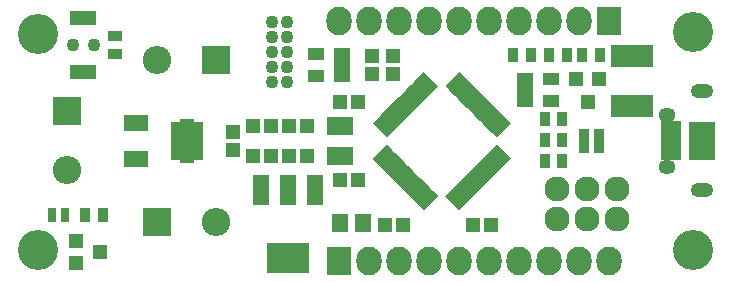
<source format=gts>
G04 #@! TF.FileFunction,Soldermask,Top*
%FSLAX46Y46*%
G04 Gerber Fmt 4.6, Leading zero omitted, Abs format (unit mm)*
G04 Created by KiCad (PCBNEW 4.0.2-stable) date 11/17/2016 12:04:15 PM*
%MOMM*%
G01*
G04 APERTURE LIST*
%ADD10C,0.100000*%
%ADD11R,1.460000X1.050000*%
%ADD12R,2.398980X2.398980*%
%ADD13O,2.398980X2.398980*%
%ADD14R,1.200100X1.200100*%
%ADD15R,1.150000X1.200000*%
%ADD16R,1.200000X1.150000*%
%ADD17R,0.950000X1.000000*%
%ADD18R,3.600000X1.900000*%
%ADD19R,0.900000X1.300000*%
%ADD20R,1.300000X0.900000*%
%ADD21R,1.350000X2.550000*%
%ADD22R,3.650000X2.550000*%
%ADD23R,2.000000X1.400000*%
%ADD24C,3.400000*%
%ADD25R,1.400000X1.650000*%
%ADD26C,1.100000*%
%ADD27R,1.300000X2.400000*%
%ADD28R,0.650000X1.100000*%
%ADD29R,0.900000X0.680000*%
%ADD30R,0.700000X1.200000*%
%ADD31C,2.127200*%
%ADD32O,2.127200X2.127200*%
%ADD33R,2.127200X2.432000*%
%ADD34O,2.127200X2.432000*%
%ADD35R,1.750000X0.800000*%
%ADD36O,1.450000X1.250000*%
%ADD37O,1.900000X1.250000*%
%ADD38R,2.300000X3.300000*%
%ADD39R,2.200000X1.200000*%
%ADD40R,2.300000X1.500000*%
G04 APERTURE END LIST*
D10*
D11*
X116310000Y-105030000D03*
X116310000Y-104080000D03*
X116310000Y-103130000D03*
X114110000Y-103130000D03*
X114110000Y-105030000D03*
D10*
G36*
X119322311Y-112452221D02*
X118862692Y-111992602D01*
X120064773Y-110790521D01*
X120524392Y-111250140D01*
X119322311Y-112452221D01*
X119322311Y-112452221D01*
G37*
G36*
X119675864Y-112805774D02*
X119216245Y-112346155D01*
X120418326Y-111144074D01*
X120877945Y-111603693D01*
X119675864Y-112805774D01*
X119675864Y-112805774D01*
G37*
G36*
X120029418Y-113159328D02*
X119569799Y-112699709D01*
X120771880Y-111497628D01*
X121231499Y-111957247D01*
X120029418Y-113159328D01*
X120029418Y-113159328D01*
G37*
G36*
X120382971Y-113512881D02*
X119923352Y-113053262D01*
X121125433Y-111851181D01*
X121585052Y-112310800D01*
X120382971Y-113512881D01*
X120382971Y-113512881D01*
G37*
G36*
X120736524Y-113866434D02*
X120276905Y-113406815D01*
X121478986Y-112204734D01*
X121938605Y-112664353D01*
X120736524Y-113866434D01*
X120736524Y-113866434D01*
G37*
G36*
X121090078Y-114219988D02*
X120630459Y-113760369D01*
X121832540Y-112558288D01*
X122292159Y-113017907D01*
X121090078Y-114219988D01*
X121090078Y-114219988D01*
G37*
G36*
X121443631Y-114573541D02*
X120984012Y-114113922D01*
X122186093Y-112911841D01*
X122645712Y-113371460D01*
X121443631Y-114573541D01*
X121443631Y-114573541D01*
G37*
G36*
X121797185Y-114927095D02*
X121337566Y-114467476D01*
X122539647Y-113265395D01*
X122999266Y-113725014D01*
X121797185Y-114927095D01*
X121797185Y-114927095D01*
G37*
G36*
X122150738Y-115280648D02*
X121691119Y-114821029D01*
X122893200Y-113618948D01*
X123352819Y-114078567D01*
X122150738Y-115280648D01*
X122150738Y-115280648D01*
G37*
G36*
X122504291Y-115634201D02*
X122044672Y-115174582D01*
X123246753Y-113972501D01*
X123706372Y-114432120D01*
X122504291Y-115634201D01*
X122504291Y-115634201D01*
G37*
G36*
X122857845Y-115987755D02*
X122398226Y-115528136D01*
X123600307Y-114326055D01*
X124059926Y-114785674D01*
X122857845Y-115987755D01*
X122857845Y-115987755D01*
G37*
G36*
X123211398Y-116341308D02*
X122751779Y-115881689D01*
X123953860Y-114679608D01*
X124413479Y-115139227D01*
X123211398Y-116341308D01*
X123211398Y-116341308D01*
G37*
G36*
X126676221Y-115881689D02*
X126216602Y-116341308D01*
X125014521Y-115139227D01*
X125474140Y-114679608D01*
X126676221Y-115881689D01*
X126676221Y-115881689D01*
G37*
G36*
X127029774Y-115528136D02*
X126570155Y-115987755D01*
X125368074Y-114785674D01*
X125827693Y-114326055D01*
X127029774Y-115528136D01*
X127029774Y-115528136D01*
G37*
G36*
X127383328Y-115174582D02*
X126923709Y-115634201D01*
X125721628Y-114432120D01*
X126181247Y-113972501D01*
X127383328Y-115174582D01*
X127383328Y-115174582D01*
G37*
G36*
X127736881Y-114821029D02*
X127277262Y-115280648D01*
X126075181Y-114078567D01*
X126534800Y-113618948D01*
X127736881Y-114821029D01*
X127736881Y-114821029D01*
G37*
G36*
X128090434Y-114467476D02*
X127630815Y-114927095D01*
X126428734Y-113725014D01*
X126888353Y-113265395D01*
X128090434Y-114467476D01*
X128090434Y-114467476D01*
G37*
G36*
X128443988Y-114113922D02*
X127984369Y-114573541D01*
X126782288Y-113371460D01*
X127241907Y-112911841D01*
X128443988Y-114113922D01*
X128443988Y-114113922D01*
G37*
G36*
X128797541Y-113760369D02*
X128337922Y-114219988D01*
X127135841Y-113017907D01*
X127595460Y-112558288D01*
X128797541Y-113760369D01*
X128797541Y-113760369D01*
G37*
G36*
X129151095Y-113406815D02*
X128691476Y-113866434D01*
X127489395Y-112664353D01*
X127949014Y-112204734D01*
X129151095Y-113406815D01*
X129151095Y-113406815D01*
G37*
G36*
X129504648Y-113053262D02*
X129045029Y-113512881D01*
X127842948Y-112310800D01*
X128302567Y-111851181D01*
X129504648Y-113053262D01*
X129504648Y-113053262D01*
G37*
G36*
X129858201Y-112699709D02*
X129398582Y-113159328D01*
X128196501Y-111957247D01*
X128656120Y-111497628D01*
X129858201Y-112699709D01*
X129858201Y-112699709D01*
G37*
G36*
X130211755Y-112346155D02*
X129752136Y-112805774D01*
X128550055Y-111603693D01*
X129009674Y-111144074D01*
X130211755Y-112346155D01*
X130211755Y-112346155D01*
G37*
G36*
X130565308Y-111992602D02*
X130105689Y-112452221D01*
X128903608Y-111250140D01*
X129363227Y-110790521D01*
X130565308Y-111992602D01*
X130565308Y-111992602D01*
G37*
G36*
X129363227Y-110189479D02*
X128903608Y-109729860D01*
X130105689Y-108527779D01*
X130565308Y-108987398D01*
X129363227Y-110189479D01*
X129363227Y-110189479D01*
G37*
G36*
X129009674Y-109835926D02*
X128550055Y-109376307D01*
X129752136Y-108174226D01*
X130211755Y-108633845D01*
X129009674Y-109835926D01*
X129009674Y-109835926D01*
G37*
G36*
X128656120Y-109482372D02*
X128196501Y-109022753D01*
X129398582Y-107820672D01*
X129858201Y-108280291D01*
X128656120Y-109482372D01*
X128656120Y-109482372D01*
G37*
G36*
X128302567Y-109128819D02*
X127842948Y-108669200D01*
X129045029Y-107467119D01*
X129504648Y-107926738D01*
X128302567Y-109128819D01*
X128302567Y-109128819D01*
G37*
G36*
X127949014Y-108775266D02*
X127489395Y-108315647D01*
X128691476Y-107113566D01*
X129151095Y-107573185D01*
X127949014Y-108775266D01*
X127949014Y-108775266D01*
G37*
G36*
X127595460Y-108421712D02*
X127135841Y-107962093D01*
X128337922Y-106760012D01*
X128797541Y-107219631D01*
X127595460Y-108421712D01*
X127595460Y-108421712D01*
G37*
G36*
X127241907Y-108068159D02*
X126782288Y-107608540D01*
X127984369Y-106406459D01*
X128443988Y-106866078D01*
X127241907Y-108068159D01*
X127241907Y-108068159D01*
G37*
G36*
X126888353Y-107714605D02*
X126428734Y-107254986D01*
X127630815Y-106052905D01*
X128090434Y-106512524D01*
X126888353Y-107714605D01*
X126888353Y-107714605D01*
G37*
G36*
X126534800Y-107361052D02*
X126075181Y-106901433D01*
X127277262Y-105699352D01*
X127736881Y-106158971D01*
X126534800Y-107361052D01*
X126534800Y-107361052D01*
G37*
G36*
X126181247Y-107007499D02*
X125721628Y-106547880D01*
X126923709Y-105345799D01*
X127383328Y-105805418D01*
X126181247Y-107007499D01*
X126181247Y-107007499D01*
G37*
G36*
X125827693Y-106653945D02*
X125368074Y-106194326D01*
X126570155Y-104992245D01*
X127029774Y-105451864D01*
X125827693Y-106653945D01*
X125827693Y-106653945D01*
G37*
G36*
X125474140Y-106300392D02*
X125014521Y-105840773D01*
X126216602Y-104638692D01*
X126676221Y-105098311D01*
X125474140Y-106300392D01*
X125474140Y-106300392D01*
G37*
G36*
X124413479Y-105840773D02*
X123953860Y-106300392D01*
X122751779Y-105098311D01*
X123211398Y-104638692D01*
X124413479Y-105840773D01*
X124413479Y-105840773D01*
G37*
G36*
X124059926Y-106194326D02*
X123600307Y-106653945D01*
X122398226Y-105451864D01*
X122857845Y-104992245D01*
X124059926Y-106194326D01*
X124059926Y-106194326D01*
G37*
G36*
X123706372Y-106547880D02*
X123246753Y-107007499D01*
X122044672Y-105805418D01*
X122504291Y-105345799D01*
X123706372Y-106547880D01*
X123706372Y-106547880D01*
G37*
G36*
X123352819Y-106901433D02*
X122893200Y-107361052D01*
X121691119Y-106158971D01*
X122150738Y-105699352D01*
X123352819Y-106901433D01*
X123352819Y-106901433D01*
G37*
G36*
X122999266Y-107254986D02*
X122539647Y-107714605D01*
X121337566Y-106512524D01*
X121797185Y-106052905D01*
X122999266Y-107254986D01*
X122999266Y-107254986D01*
G37*
G36*
X122645712Y-107608540D02*
X122186093Y-108068159D01*
X120984012Y-106866078D01*
X121443631Y-106406459D01*
X122645712Y-107608540D01*
X122645712Y-107608540D01*
G37*
G36*
X122292159Y-107962093D02*
X121832540Y-108421712D01*
X120630459Y-107219631D01*
X121090078Y-106760012D01*
X122292159Y-107962093D01*
X122292159Y-107962093D01*
G37*
G36*
X121938605Y-108315647D02*
X121478986Y-108775266D01*
X120276905Y-107573185D01*
X120736524Y-107113566D01*
X121938605Y-108315647D01*
X121938605Y-108315647D01*
G37*
G36*
X121585052Y-108669200D02*
X121125433Y-109128819D01*
X119923352Y-107926738D01*
X120382971Y-107467119D01*
X121585052Y-108669200D01*
X121585052Y-108669200D01*
G37*
G36*
X121231499Y-109022753D02*
X120771880Y-109482372D01*
X119569799Y-108280291D01*
X120029418Y-107820672D01*
X121231499Y-109022753D01*
X121231499Y-109022753D01*
G37*
G36*
X120877945Y-109376307D02*
X120418326Y-109835926D01*
X119216245Y-108633845D01*
X119675864Y-108174226D01*
X120877945Y-109376307D01*
X120877945Y-109376307D01*
G37*
G36*
X120524392Y-109729860D02*
X120064773Y-110189479D01*
X118862692Y-108987398D01*
X119322311Y-108527779D01*
X120524392Y-109729860D01*
X120524392Y-109729860D01*
G37*
D12*
X105650000Y-103630000D03*
D13*
X100650000Y-103630000D03*
D14*
X138020000Y-105209240D03*
X136120000Y-105209240D03*
X137070000Y-107208220D03*
D15*
X107080000Y-109760000D03*
X107080000Y-111260000D03*
D16*
X108724000Y-111760000D03*
X110224000Y-111760000D03*
X113272000Y-111760000D03*
X111772000Y-111760000D03*
X113272000Y-109220000D03*
X111772000Y-109220000D03*
X108724000Y-109220000D03*
X110224000Y-109220000D03*
D15*
X118790000Y-104820000D03*
X118790000Y-103320000D03*
D16*
X128890000Y-117610000D03*
X127390000Y-117610000D03*
D15*
X120600000Y-103330000D03*
X120600000Y-104830000D03*
D16*
X121420000Y-117640000D03*
X119920000Y-117640000D03*
X117600000Y-107200000D03*
X116100000Y-107200000D03*
X117600000Y-113800000D03*
X116100000Y-113800000D03*
D17*
X138000000Y-109990000D03*
X138000000Y-110990000D03*
X136800000Y-110990000D03*
X136800000Y-109990000D03*
D18*
X140820000Y-103300000D03*
X140820000Y-107500000D03*
D12*
X100650000Y-117348000D03*
D13*
X105650000Y-117348000D03*
D19*
X135290000Y-103180000D03*
X133790000Y-103180000D03*
X132280000Y-103180000D03*
X130780000Y-103180000D03*
X134940000Y-112230000D03*
X133440000Y-112230000D03*
X134940000Y-110440000D03*
X133440000Y-110440000D03*
X134940000Y-108650000D03*
X133440000Y-108650000D03*
X136610000Y-103180000D03*
X138110000Y-103180000D03*
D20*
X97030000Y-101600000D03*
X97030000Y-103100000D03*
D19*
X94500000Y-116740000D03*
X96000000Y-116740000D03*
D21*
X109410000Y-114640000D03*
X114010000Y-114640000D03*
D22*
X111710000Y-120440000D03*
D21*
X111710000Y-114640000D03*
D12*
X92964000Y-107990000D03*
D13*
X92964000Y-112990000D03*
D23*
X98806000Y-108990000D03*
X98806000Y-111990000D03*
D24*
X90500000Y-101400000D03*
X146000000Y-101300000D03*
X146000000Y-119700000D03*
X90500000Y-119700000D03*
D14*
X93789240Y-118950000D03*
X93789240Y-120850000D03*
X95788220Y-119900000D03*
D25*
X116070000Y-117440000D03*
X118070000Y-117440000D03*
D26*
X111660000Y-105510000D03*
X110390000Y-105510000D03*
X111660000Y-104240000D03*
X110390000Y-104240000D03*
X111660000Y-102970000D03*
X110390000Y-102970000D03*
X111660000Y-101700000D03*
X110390000Y-101700000D03*
X111660000Y-100430000D03*
X110390000Y-100430000D03*
D27*
X103150000Y-110500000D03*
D28*
X102900000Y-111850000D03*
X102900000Y-109150000D03*
X103400000Y-111850000D03*
X103400000Y-109150000D03*
D29*
X104100000Y-109250000D03*
X104100000Y-109750000D03*
X104100000Y-110250000D03*
X104100000Y-110750000D03*
X104100000Y-111250000D03*
X104100000Y-111750000D03*
X102200000Y-109250000D03*
X102200000Y-109750000D03*
X102200000Y-110250000D03*
X102200000Y-110750000D03*
X102200000Y-111250000D03*
X102200000Y-111750000D03*
D30*
X92820000Y-116730000D03*
X91720000Y-116730000D03*
D11*
X131790000Y-105230000D03*
X131790000Y-106180000D03*
X131790000Y-107130000D03*
X133990000Y-107130000D03*
X133990000Y-105230000D03*
D31*
X139550000Y-114560000D03*
D32*
X139550000Y-117100000D03*
X137010000Y-114560000D03*
X137010000Y-117100000D03*
X134470000Y-114560000D03*
X134470000Y-117100000D03*
D33*
X116030000Y-120650000D03*
D34*
X118570000Y-120650000D03*
X121110000Y-120650000D03*
X123650000Y-120650000D03*
X126190000Y-120650000D03*
X128730000Y-120650000D03*
X131270000Y-120650000D03*
X133810000Y-120650000D03*
X136350000Y-120650000D03*
X138890000Y-120650000D03*
D33*
X138890000Y-100330000D03*
D34*
X136350000Y-100330000D03*
X133810000Y-100330000D03*
X131270000Y-100330000D03*
X128730000Y-100330000D03*
X126190000Y-100330000D03*
X123650000Y-100330000D03*
X121110000Y-100330000D03*
X118570000Y-100330000D03*
X116030000Y-100330000D03*
D35*
X144095000Y-111780000D03*
X144095000Y-111130000D03*
X144095000Y-110480000D03*
X144095000Y-109830000D03*
X144095000Y-109180000D03*
D36*
X143770000Y-112705000D03*
X143770000Y-108255000D03*
D37*
X146770000Y-114655000D03*
X146770000Y-106305000D03*
D38*
X146770000Y-110480000D03*
D26*
X93470000Y-102370000D03*
D39*
X94370000Y-100120000D03*
X94370000Y-104620000D03*
D26*
X95270000Y-102370000D03*
D40*
X116100000Y-111760000D03*
X116150000Y-109260000D03*
M02*

</source>
